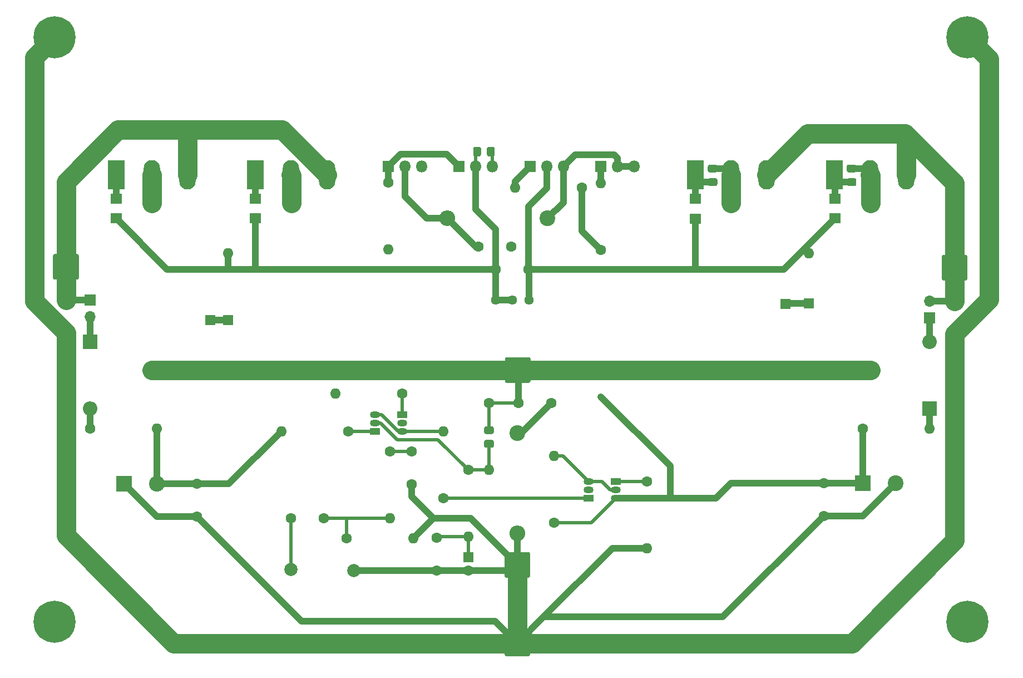
<source format=gbr>
G04 #@! TF.GenerationSoftware,KiCad,Pcbnew,(5.1.12-1-10_14)*
G04 #@! TF.CreationDate,2021-12-08T14:07:12+01:00*
G04 #@! TF.ProjectId,amp-mosfet-160w,616d702d-6d6f-4736-9665-742d31363077,rev?*
G04 #@! TF.SameCoordinates,Original*
G04 #@! TF.FileFunction,Copper,L2,Bot*
G04 #@! TF.FilePolarity,Positive*
%FSLAX46Y46*%
G04 Gerber Fmt 4.6, Leading zero omitted, Abs format (unit mm)*
G04 Created by KiCad (PCBNEW (5.1.12-1-10_14)) date 2021-12-08 14:07:12*
%MOMM*%
%LPD*%
G01*
G04 APERTURE LIST*
G04 #@! TA.AperFunction,ComponentPad*
%ADD10C,2.400000*%
G04 #@! TD*
G04 #@! TA.AperFunction,ComponentPad*
%ADD11R,2.400000X2.400000*%
G04 #@! TD*
G04 #@! TA.AperFunction,SMDPad,CuDef*
%ADD12R,1.800000X1.500000*%
G04 #@! TD*
G04 #@! TA.AperFunction,ComponentPad*
%ADD13C,0.800000*%
G04 #@! TD*
G04 #@! TA.AperFunction,ComponentPad*
%ADD14C,6.400000*%
G04 #@! TD*
G04 #@! TA.AperFunction,ComponentPad*
%ADD15C,2.000000*%
G04 #@! TD*
G04 #@! TA.AperFunction,ComponentPad*
%ADD16C,1.600000*%
G04 #@! TD*
G04 #@! TA.AperFunction,ComponentPad*
%ADD17C,1.440000*%
G04 #@! TD*
G04 #@! TA.AperFunction,ComponentPad*
%ADD18O,2.400000X2.400000*%
G04 #@! TD*
G04 #@! TA.AperFunction,ComponentPad*
%ADD19O,1.600000X1.600000*%
G04 #@! TD*
G04 #@! TA.AperFunction,ComponentPad*
%ADD20O,2.500000X4.500000*%
G04 #@! TD*
G04 #@! TA.AperFunction,ComponentPad*
%ADD21R,2.500000X4.500000*%
G04 #@! TD*
G04 #@! TA.AperFunction,ComponentPad*
%ADD22O,1.800000X1.800000*%
G04 #@! TD*
G04 #@! TA.AperFunction,ComponentPad*
%ADD23R,1.800000X1.800000*%
G04 #@! TD*
G04 #@! TA.AperFunction,ComponentPad*
%ADD24R,1.500000X1.050000*%
G04 #@! TD*
G04 #@! TA.AperFunction,ComponentPad*
%ADD25O,1.500000X1.050000*%
G04 #@! TD*
G04 #@! TA.AperFunction,ComponentPad*
%ADD26O,1.700000X1.700000*%
G04 #@! TD*
G04 #@! TA.AperFunction,ComponentPad*
%ADD27R,1.700000X1.700000*%
G04 #@! TD*
G04 #@! TA.AperFunction,ComponentPad*
%ADD28O,2.200000X2.200000*%
G04 #@! TD*
G04 #@! TA.AperFunction,ComponentPad*
%ADD29R,2.200000X2.200000*%
G04 #@! TD*
G04 #@! TA.AperFunction,ComponentPad*
%ADD30R,1.600000X1.600000*%
G04 #@! TD*
G04 #@! TA.AperFunction,ViaPad*
%ADD31C,1.000000*%
G04 #@! TD*
G04 #@! TA.AperFunction,Conductor*
%ADD32C,0.500000*%
G04 #@! TD*
G04 #@! TA.AperFunction,Conductor*
%ADD33C,1.000000*%
G04 #@! TD*
G04 #@! TA.AperFunction,Conductor*
%ADD34C,3.000000*%
G04 #@! TD*
G04 APERTURE END LIST*
G04 #@! TA.AperFunction,SMDPad,CuDef*
G36*
G01*
X131224000Y-103806500D02*
X132174000Y-103806500D01*
G75*
G02*
X132424000Y-104056500I0J-250000D01*
G01*
X132424000Y-104731500D01*
G75*
G02*
X132174000Y-104981500I-250000J0D01*
G01*
X131224000Y-104981500D01*
G75*
G02*
X130974000Y-104731500I0J250000D01*
G01*
X130974000Y-104056500D01*
G75*
G02*
X131224000Y-103806500I250000J0D01*
G01*
G37*
G04 #@! TD.AperFunction*
G04 #@! TA.AperFunction,SMDPad,CuDef*
G36*
G01*
X131224000Y-101731500D02*
X132174000Y-101731500D01*
G75*
G02*
X132424000Y-101981500I0J-250000D01*
G01*
X132424000Y-102656500D01*
G75*
G02*
X132174000Y-102906500I-250000J0D01*
G01*
X131224000Y-102906500D01*
G75*
G02*
X130974000Y-102656500I0J250000D01*
G01*
X130974000Y-101981500D01*
G75*
G02*
X131224000Y-101731500I250000J0D01*
G01*
G37*
G04 #@! TD.AperFunction*
D10*
X81153000Y-110490000D03*
D11*
X76153000Y-110490000D03*
D10*
X193595000Y-110363000D03*
D11*
X188595000Y-110363000D03*
G04 #@! TA.AperFunction,SMDPad,CuDef*
G36*
G01*
X186405500Y-63992000D02*
X187355500Y-63992000D01*
G75*
G02*
X187605500Y-64242000I0J-250000D01*
G01*
X187605500Y-64917000D01*
G75*
G02*
X187355500Y-65167000I-250000J0D01*
G01*
X186405500Y-65167000D01*
G75*
G02*
X186155500Y-64917000I0J250000D01*
G01*
X186155500Y-64242000D01*
G75*
G02*
X186405500Y-63992000I250000J0D01*
G01*
G37*
G04 #@! TD.AperFunction*
G04 #@! TA.AperFunction,SMDPad,CuDef*
G36*
G01*
X186405500Y-61917000D02*
X187355500Y-61917000D01*
G75*
G02*
X187605500Y-62167000I0J-250000D01*
G01*
X187605500Y-62842000D01*
G75*
G02*
X187355500Y-63092000I-250000J0D01*
G01*
X186405500Y-63092000D01*
G75*
G02*
X186155500Y-62842000I0J250000D01*
G01*
X186155500Y-62167000D01*
G75*
G02*
X186405500Y-61917000I250000J0D01*
G01*
G37*
G04 #@! TD.AperFunction*
G04 #@! TA.AperFunction,SMDPad,CuDef*
G36*
G01*
X165260000Y-63992000D02*
X166210000Y-63992000D01*
G75*
G02*
X166460000Y-64242000I0J-250000D01*
G01*
X166460000Y-64917000D01*
G75*
G02*
X166210000Y-65167000I-250000J0D01*
G01*
X165260000Y-65167000D01*
G75*
G02*
X165010000Y-64917000I0J250000D01*
G01*
X165010000Y-64242000D01*
G75*
G02*
X165260000Y-63992000I250000J0D01*
G01*
G37*
G04 #@! TD.AperFunction*
G04 #@! TA.AperFunction,SMDPad,CuDef*
G36*
G01*
X165260000Y-61917000D02*
X166210000Y-61917000D01*
G75*
G02*
X166460000Y-62167000I0J-250000D01*
G01*
X166460000Y-62842000D01*
G75*
G02*
X166210000Y-63092000I-250000J0D01*
G01*
X165260000Y-63092000D01*
G75*
G02*
X165010000Y-62842000I0J250000D01*
G01*
X165010000Y-62167000D01*
G75*
G02*
X165260000Y-61917000I250000J0D01*
G01*
G37*
G04 #@! TD.AperFunction*
D12*
X163068000Y-70119500D03*
X163068000Y-67119500D03*
X184340500Y-70104000D03*
X184340500Y-67104000D03*
X96139000Y-70080000D03*
X96139000Y-67080000D03*
X74930000Y-70080000D03*
X74930000Y-67080000D03*
G04 #@! TA.AperFunction,SMDPad,CuDef*
G36*
G01*
X130487000Y-59469000D02*
X130487000Y-60419000D01*
G75*
G02*
X130237000Y-60669000I-250000J0D01*
G01*
X129562000Y-60669000D01*
G75*
G02*
X129312000Y-60419000I0J250000D01*
G01*
X129312000Y-59469000D01*
G75*
G02*
X129562000Y-59219000I250000J0D01*
G01*
X130237000Y-59219000D01*
G75*
G02*
X130487000Y-59469000I0J-250000D01*
G01*
G37*
G04 #@! TD.AperFunction*
G04 #@! TA.AperFunction,SMDPad,CuDef*
G36*
G01*
X132562000Y-59469000D02*
X132562000Y-60419000D01*
G75*
G02*
X132312000Y-60669000I-250000J0D01*
G01*
X131637000Y-60669000D01*
G75*
G02*
X131387000Y-60419000I0J250000D01*
G01*
X131387000Y-59469000D01*
G75*
G02*
X131637000Y-59219000I250000J0D01*
G01*
X132312000Y-59219000D01*
G75*
G02*
X132562000Y-59469000I0J-250000D01*
G01*
G37*
G04 #@! TD.AperFunction*
D13*
X67229056Y-40847944D03*
X65532000Y-40145000D03*
X63834944Y-40847944D03*
X63132000Y-42545000D03*
X63834944Y-44242056D03*
X65532000Y-44945000D03*
X67229056Y-44242056D03*
X67932000Y-42545000D03*
D14*
X65532000Y-42545000D03*
D13*
X206167056Y-40847944D03*
X204470000Y-40145000D03*
X202772944Y-40847944D03*
X202070000Y-42545000D03*
X202772944Y-44242056D03*
X204470000Y-44945000D03*
X206167056Y-44242056D03*
X206870000Y-42545000D03*
D14*
X204470000Y-42545000D03*
D15*
X111125000Y-123698000D03*
X101536500Y-123507500D03*
D16*
X67310000Y-82550000D03*
X67310000Y-87550000D03*
X202565000Y-87677000D03*
X202565000Y-82677000D03*
D17*
X132715000Y-82550000D03*
X135255000Y-82550000D03*
X137795000Y-82550000D03*
D18*
X189738000Y-93218000D03*
D10*
X189738000Y-67818000D03*
D18*
X168529000Y-93218000D03*
D10*
X168529000Y-67818000D03*
D19*
X135636000Y-65405000D03*
D16*
X145796000Y-65405000D03*
D18*
X136017000Y-117983000D03*
D10*
X136017000Y-102743000D03*
D19*
X81153000Y-102108000D03*
D16*
X70993000Y-102108000D03*
D19*
X198755000Y-102108000D03*
D16*
X188595000Y-102108000D03*
D18*
X101600000Y-67818000D03*
D10*
X101600000Y-93218000D03*
D18*
X80391000Y-67818000D03*
D10*
X80391000Y-93218000D03*
D19*
X116332000Y-74803000D03*
D16*
X116332000Y-64643000D03*
D19*
X131699000Y-108331000D03*
D16*
X131699000Y-98171000D03*
D19*
X128524000Y-118491000D03*
D16*
X128524000Y-108331000D03*
D18*
X125349000Y-70104000D03*
D10*
X140589000Y-70104000D03*
D19*
X148717000Y-64770000D03*
D16*
X148717000Y-74930000D03*
D19*
X100076000Y-102489000D03*
D16*
X110236000Y-102489000D03*
D19*
X124714000Y-102489000D03*
D16*
X124714000Y-112649000D03*
D19*
X141605000Y-106235500D03*
D16*
X141605000Y-116395500D03*
D19*
X108331000Y-96774000D03*
D16*
X118491000Y-96774000D03*
D19*
X155702000Y-120269000D03*
D16*
X155702000Y-110109000D03*
D19*
X116586000Y-115697000D03*
D16*
X116586000Y-105537000D03*
D19*
X120142000Y-118745000D03*
D16*
X109982000Y-118745000D03*
D20*
X195177000Y-63500000D03*
X189727000Y-63500000D03*
D21*
X184277000Y-63500000D03*
D20*
X107039000Y-63500000D03*
X101589000Y-63500000D03*
D21*
X96139000Y-63500000D03*
D22*
X132207000Y-62230000D03*
X129667000Y-62230000D03*
D23*
X127127000Y-62230000D03*
D22*
X143002000Y-62230000D03*
X140462000Y-62230000D03*
D23*
X137922000Y-62230000D03*
D24*
X114363500Y-102489000D03*
D25*
X114363500Y-99949000D03*
X114363500Y-101219000D03*
D24*
X146812000Y-112649000D03*
D25*
X146812000Y-110109000D03*
X146812000Y-111379000D03*
D24*
X151003000Y-110109000D03*
D25*
X151003000Y-112649000D03*
X151003000Y-111379000D03*
D20*
X173968000Y-63500000D03*
X168518000Y-63500000D03*
D21*
X163068000Y-63500000D03*
D20*
X85830000Y-63500000D03*
X80380000Y-63500000D03*
D21*
X74930000Y-63500000D03*
D22*
X153797000Y-62230000D03*
X151257000Y-62230000D03*
D23*
X148717000Y-62230000D03*
D22*
X121412000Y-62230000D03*
X118872000Y-62230000D03*
D23*
X116332000Y-62230000D03*
D24*
X118491000Y-99949000D03*
D25*
X118491000Y-102489000D03*
X118491000Y-101219000D03*
D13*
X206167056Y-129747944D03*
X204470000Y-129045000D03*
X202772944Y-129747944D03*
X202070000Y-131445000D03*
X202772944Y-133142056D03*
X204470000Y-133845000D03*
X206167056Y-133142056D03*
X206870000Y-131445000D03*
D14*
X204470000Y-131445000D03*
D13*
X67310000Y-129747944D03*
X65612944Y-129045000D03*
X63915888Y-129747944D03*
X63212944Y-131445000D03*
X63915888Y-133142056D03*
X65612944Y-133845000D03*
X67310000Y-133142056D03*
X68012944Y-131445000D03*
D14*
X65612944Y-131445000D03*
D26*
X70993000Y-85090000D03*
D27*
X70993000Y-82550000D03*
D26*
X198755000Y-82677000D03*
D27*
X198755000Y-85217000D03*
G04 #@! TA.AperFunction,ComponentPad*
G36*
G01*
X134067000Y-136446999D02*
X134067000Y-133047001D01*
G75*
G02*
X134317001Y-132797000I250001J0D01*
G01*
X137716999Y-132797000D01*
G75*
G02*
X137967000Y-133047001I0J-250001D01*
G01*
X137967000Y-136446999D01*
G75*
G02*
X137716999Y-136697000I-250001J0D01*
G01*
X134317001Y-136697000D01*
G75*
G02*
X134067000Y-136446999I0J250001D01*
G01*
G37*
G04 #@! TD.AperFunction*
G04 #@! TA.AperFunction,ComponentPad*
G36*
G01*
X134067000Y-124508999D02*
X134067000Y-121109001D01*
G75*
G02*
X134317001Y-120859000I250001J0D01*
G01*
X137716999Y-120859000D01*
G75*
G02*
X137967000Y-121109001I0J-250001D01*
G01*
X137967000Y-124508999D01*
G75*
G02*
X137716999Y-124759000I-250001J0D01*
G01*
X134317001Y-124759000D01*
G75*
G02*
X134067000Y-124508999I0J250001D01*
G01*
G37*
G04 #@! TD.AperFunction*
G04 #@! TA.AperFunction,ComponentPad*
G36*
G01*
X134130500Y-94854499D02*
X134130500Y-91454501D01*
G75*
G02*
X134380501Y-91204500I250001J0D01*
G01*
X137780499Y-91204500D01*
G75*
G02*
X138030500Y-91454501I0J-250001D01*
G01*
X138030500Y-94854499D01*
G75*
G02*
X137780499Y-95104500I-250001J0D01*
G01*
X134380501Y-95104500D01*
G75*
G02*
X134130500Y-94854499I0J250001D01*
G01*
G37*
G04 #@! TD.AperFunction*
G04 #@! TA.AperFunction,ComponentPad*
G36*
G01*
X65360000Y-79169999D02*
X65360000Y-75770001D01*
G75*
G02*
X65610001Y-75520000I250001J0D01*
G01*
X69009999Y-75520000D01*
G75*
G02*
X69260000Y-75770001I0J-250001D01*
G01*
X69260000Y-79169999D01*
G75*
G02*
X69009999Y-79420000I-250001J0D01*
G01*
X65610001Y-79420000D01*
G75*
G02*
X65360000Y-79169999I0J250001D01*
G01*
G37*
G04 #@! TD.AperFunction*
G04 #@! TA.AperFunction,ComponentPad*
G36*
G01*
X200615000Y-79296999D02*
X200615000Y-75897001D01*
G75*
G02*
X200865001Y-75647000I250001J0D01*
G01*
X204264999Y-75647000D01*
G75*
G02*
X204515000Y-75897001I0J-250001D01*
G01*
X204515000Y-79296999D01*
G75*
G02*
X204264999Y-79547000I-250001J0D01*
G01*
X200865001Y-79547000D01*
G75*
G02*
X200615000Y-79296999I0J250001D01*
G01*
G37*
G04 #@! TD.AperFunction*
D28*
X70993000Y-99060000D03*
D29*
X70993000Y-88900000D03*
D28*
X198755000Y-88900000D03*
D29*
X198755000Y-99060000D03*
D19*
X91948000Y-75438000D03*
D30*
X91948000Y-85598000D03*
D19*
X89281000Y-93218000D03*
D30*
X89281000Y-85598000D03*
D19*
X176847500Y-93281500D03*
D30*
X176847500Y-83121500D03*
D19*
X180340000Y-75438000D03*
D30*
X180340000Y-83058000D03*
D16*
X141144000Y-98171000D03*
X136144000Y-98171000D03*
X87249000Y-110490000D03*
X87249000Y-115490000D03*
X182626000Y-115363000D03*
X182626000Y-110363000D03*
X137715000Y-77851000D03*
X132715000Y-77851000D03*
X123698000Y-123681500D03*
X123698000Y-118681500D03*
X128524000Y-123666000D03*
D30*
X128524000Y-121666000D03*
D16*
X130048000Y-74422000D03*
X135048000Y-74422000D03*
X119888000Y-110537000D03*
X119888000Y-105537000D03*
X101553000Y-115697000D03*
X106553000Y-115697000D03*
D31*
X148749999Y-97249001D03*
D32*
X101536500Y-115713500D02*
X101553000Y-115697000D01*
X101536500Y-123507500D02*
X101536500Y-115713500D01*
X109982000Y-118745000D02*
X109982000Y-115824000D01*
X109982000Y-115824000D02*
X109855000Y-115697000D01*
X109855000Y-115697000D02*
X116586000Y-115697000D01*
X106553000Y-115697000D02*
X109855000Y-115697000D01*
D33*
X111141500Y-123491000D02*
X111125000Y-123507500D01*
X135128000Y-123698000D02*
X128524000Y-123698000D01*
X136017000Y-122809000D02*
X135128000Y-123698000D01*
X123714500Y-123698000D02*
X123698000Y-123681500D01*
X128524000Y-123698000D02*
X123714500Y-123698000D01*
X111141500Y-123681500D02*
X111125000Y-123698000D01*
X123698000Y-123681500D02*
X111141500Y-123681500D01*
D34*
X136017000Y-134747000D02*
X83693000Y-134747000D01*
X67310000Y-118364000D02*
X67310000Y-87550000D01*
X83693000Y-134747000D02*
X67310000Y-118364000D01*
X67310000Y-87550000D02*
X62484000Y-82724000D01*
X62484000Y-45593000D02*
X65532000Y-42545000D01*
X62484000Y-82724000D02*
X62484000Y-45593000D01*
X202565000Y-119126000D02*
X202565000Y-87677000D01*
X186944000Y-134747000D02*
X202565000Y-119126000D01*
X136017000Y-134747000D02*
X186944000Y-134747000D01*
X202565000Y-87677000D02*
X207772000Y-82470000D01*
X207772000Y-45847000D02*
X204470000Y-42545000D01*
X207772000Y-82470000D02*
X207772000Y-45847000D01*
X136017000Y-134747000D02*
X136017000Y-122809000D01*
D33*
X81153000Y-115490000D02*
X87249000Y-115490000D01*
X76153000Y-110490000D02*
X81153000Y-115490000D01*
X87249000Y-115490000D02*
X103124000Y-131365000D01*
X132635000Y-131365000D02*
X136017000Y-134747000D01*
X103124000Y-131365000D02*
X132635000Y-131365000D01*
X188595000Y-115363000D02*
X182626000Y-115363000D01*
X193595000Y-110363000D02*
X188595000Y-115363000D01*
X182626000Y-115363000D02*
X167259000Y-130730000D01*
X140034000Y-130730000D02*
X136017000Y-134747000D01*
X167259000Y-130730000D02*
X140034000Y-130730000D01*
X136017000Y-117983000D02*
X136017000Y-122809000D01*
X123190000Y-115697000D02*
X120142000Y-118745000D01*
X128905000Y-115697000D02*
X123190000Y-115697000D01*
X136017000Y-122809000D02*
X128905000Y-115697000D01*
X119888000Y-112395000D02*
X123190000Y-115697000D01*
X119888000Y-110537000D02*
X119888000Y-112395000D01*
X150495000Y-120269000D02*
X140034000Y-130730000D01*
X155702000Y-120269000D02*
X150495000Y-120269000D01*
D32*
X116586000Y-105537000D02*
X119888000Y-105537000D01*
D33*
X125349000Y-70104000D02*
X122174000Y-70104000D01*
X118872000Y-66802000D02*
X118872000Y-62230000D01*
X122174000Y-70104000D02*
X118872000Y-66802000D01*
X129667000Y-74422000D02*
X125349000Y-70104000D01*
X130048000Y-74422000D02*
X129667000Y-74422000D01*
X143002000Y-62230000D02*
X144780000Y-60452000D01*
X151257000Y-60957208D02*
X151257000Y-62230000D01*
X150751792Y-60452000D02*
X151257000Y-60957208D01*
X144780000Y-60452000D02*
X150751792Y-60452000D01*
X151257000Y-62230000D02*
X153797000Y-62230000D01*
X140589000Y-70104000D02*
X143002000Y-67691000D01*
X143002000Y-67691000D02*
X143002000Y-62230000D01*
D32*
X123888500Y-118491000D02*
X123698000Y-118681500D01*
X128524000Y-118491000D02*
X123888500Y-118491000D01*
X128524000Y-121666000D02*
X128524000Y-118491000D01*
X117698503Y-103739001D02*
X115178502Y-101219000D01*
X115178502Y-101219000D02*
X114363500Y-101219000D01*
X128524000Y-108331000D02*
X123932001Y-103739001D01*
X123932001Y-103739001D02*
X117698503Y-103739001D01*
X131699000Y-108331000D02*
X128524000Y-108331000D01*
X131699000Y-108331000D02*
X131699000Y-104394000D01*
D34*
X80391000Y-93218000D02*
X101600000Y-93218000D01*
X101663500Y-93154500D02*
X101600000Y-93218000D01*
X136080500Y-93154500D02*
X101663500Y-93154500D01*
X168465500Y-93154500D02*
X168529000Y-93218000D01*
X136080500Y-93154500D02*
X168465500Y-93154500D01*
X168529000Y-93218000D02*
X189738000Y-93218000D01*
D32*
X136144000Y-98171000D02*
X131699000Y-98171000D01*
D33*
X136144000Y-93218000D02*
X136080500Y-93154500D01*
X136144000Y-98171000D02*
X136144000Y-93218000D01*
D32*
X131699000Y-98171000D02*
X131699000Y-102319000D01*
D33*
X137795000Y-77931000D02*
X137715000Y-77851000D01*
X137795000Y-82550000D02*
X137795000Y-77931000D01*
X163068000Y-77724000D02*
X163195000Y-77851000D01*
X163068000Y-70119500D02*
X163068000Y-77724000D01*
X163195000Y-77851000D02*
X176593500Y-77851000D01*
X137715000Y-77851000D02*
X163195000Y-77851000D01*
X180340000Y-75311000D02*
X179736750Y-74707750D01*
X180340000Y-75438000D02*
X180340000Y-75311000D01*
X179736750Y-74707750D02*
X184340500Y-70104000D01*
X176593500Y-77851000D02*
X179736750Y-74707750D01*
X137715000Y-77851000D02*
X137715000Y-68279000D01*
X140462000Y-65532000D02*
X140462000Y-62230000D01*
X137715000Y-68279000D02*
X140462000Y-65532000D01*
X129667000Y-68721002D02*
X132715000Y-71769002D01*
X129667000Y-65659000D02*
X129667000Y-68721002D01*
X129667000Y-62230000D02*
X129667000Y-65659000D01*
D32*
X129667000Y-60176500D02*
X129899500Y-59944000D01*
X129667000Y-62230000D02*
X129667000Y-60176500D01*
D33*
X135255000Y-82550000D02*
X132715000Y-82550000D01*
X132715000Y-82550000D02*
X132715000Y-77851000D01*
X82701000Y-77851000D02*
X74930000Y-70080000D01*
X96139000Y-77724000D02*
X96266000Y-77851000D01*
X96139000Y-70080000D02*
X96139000Y-77724000D01*
X132715000Y-77851000D02*
X96266000Y-77851000D01*
X91948000Y-77724000D02*
X92075000Y-77851000D01*
X91948000Y-75438000D02*
X91948000Y-77724000D01*
X92075000Y-77851000D02*
X82701000Y-77851000D01*
X96266000Y-77851000D02*
X92075000Y-77851000D01*
X132715000Y-77851000D02*
X132715000Y-71769002D01*
X132254000Y-62277000D02*
X132207000Y-62230000D01*
D32*
X132207000Y-60176500D02*
X131974500Y-59944000D01*
X132207000Y-62230000D02*
X132207000Y-60176500D01*
X118491000Y-99949000D02*
X118491000Y-96774000D01*
X147256500Y-116395500D02*
X151003000Y-112649000D01*
X141605000Y-116395500D02*
X147256500Y-116395500D01*
D33*
X145796000Y-72009000D02*
X148717000Y-74930000D01*
X145796000Y-65405000D02*
X145796000Y-72009000D01*
X188595000Y-102108000D02*
X188595000Y-110363000D01*
X188595000Y-110363000D02*
X182626000Y-110363000D01*
X168529000Y-110363000D02*
X182626000Y-110363000D01*
X166243000Y-112649000D02*
X168529000Y-110363000D01*
X151003000Y-112649000D02*
X159258000Y-112649000D01*
X159258000Y-107757002D02*
X148749999Y-97249001D01*
X159258000Y-112649000D02*
X159258000Y-107757002D01*
X159258000Y-112649000D02*
X166243000Y-112649000D01*
X148749999Y-97249001D02*
X148717000Y-97216002D01*
X81153000Y-102108000D02*
X81153000Y-110490000D01*
X81153000Y-110490000D02*
X87249000Y-110490000D01*
X92075000Y-110490000D02*
X100076000Y-102489000D01*
X87249000Y-110490000D02*
X92075000Y-110490000D01*
D32*
X141097000Y-98218000D02*
X141144000Y-98171000D01*
D33*
X136572000Y-102743000D02*
X141144000Y-98171000D01*
X136017000Y-102743000D02*
X136572000Y-102743000D01*
X164147500Y-64579500D02*
X163068000Y-63500000D01*
X165735000Y-64579500D02*
X164147500Y-64579500D01*
X163068000Y-67119500D02*
X163068000Y-63500000D01*
X167522500Y-62504500D02*
X168518000Y-63500000D01*
X165735000Y-62504500D02*
X167522500Y-62504500D01*
D34*
X168529000Y-63511000D02*
X168518000Y-63500000D01*
X168529000Y-67818000D02*
X168529000Y-63511000D01*
D33*
X185356500Y-64579500D02*
X184277000Y-63500000D01*
X186880500Y-64579500D02*
X185356500Y-64579500D01*
X184340500Y-63563500D02*
X184277000Y-63500000D01*
X184340500Y-67104000D02*
X184340500Y-63563500D01*
X176911000Y-83058000D02*
X176847500Y-83121500D01*
X180340000Y-83058000D02*
X176911000Y-83058000D01*
X91948000Y-85598000D02*
X89281000Y-85598000D01*
X198755000Y-85217000D02*
X198755000Y-88900000D01*
X198755000Y-99060000D02*
X198755000Y-102108000D01*
X70993000Y-99060000D02*
X70993000Y-102108000D01*
X70993000Y-85090000D02*
X70993000Y-88900000D01*
D32*
X115337090Y-99949000D02*
X114363500Y-99949000D01*
X117877090Y-102489000D02*
X115337090Y-99949000D01*
X118491000Y-102489000D02*
X117877090Y-102489000D01*
X118491000Y-102489000D02*
X124714000Y-102489000D01*
X114363500Y-102489000D02*
X110236000Y-102489000D01*
D33*
X127127000Y-62230000D02*
X125222000Y-60325000D01*
X118237000Y-60325000D02*
X116332000Y-62230000D01*
X125222000Y-60325000D02*
X118237000Y-60325000D01*
X116332000Y-64643000D02*
X116332000Y-62230000D01*
X148717000Y-64770000D02*
X148717000Y-62230000D01*
X74930000Y-67080000D02*
X74930000Y-63500000D01*
D32*
X155702000Y-110109000D02*
X151003000Y-110109000D01*
X142938500Y-106235500D02*
X146812000Y-110109000D01*
X141605000Y-106235500D02*
X142938500Y-106235500D01*
X150187998Y-111379000D02*
X148917998Y-110109000D01*
X151003000Y-111379000D02*
X150187998Y-111379000D01*
X148917998Y-110109000D02*
X146812000Y-110109000D01*
X146812000Y-112649000D02*
X124714000Y-112649000D01*
D33*
X135636000Y-64516000D02*
X137922000Y-62230000D01*
X135636000Y-65405000D02*
X135636000Y-64516000D01*
X96139000Y-67080000D02*
X96139000Y-63500000D01*
D34*
X180254500Y-57213500D02*
X173968000Y-63500000D01*
X195008500Y-57213500D02*
X180254500Y-57213500D01*
X195177000Y-57382000D02*
X195008500Y-57213500D01*
X195177000Y-63500000D02*
X195177000Y-57382000D01*
X202565000Y-64770000D02*
X195008500Y-57213500D01*
X202565000Y-77597000D02*
X202565000Y-64770000D01*
X202565000Y-82677000D02*
X202565000Y-77597000D01*
D33*
X202565000Y-82677000D02*
X198755000Y-82677000D01*
D34*
X100181000Y-56642000D02*
X107039000Y-63500000D01*
X85830000Y-56918000D02*
X86106000Y-56642000D01*
X86106000Y-56642000D02*
X100181000Y-56642000D01*
X85830000Y-63500000D02*
X85830000Y-56918000D01*
X75227998Y-56642000D02*
X86106000Y-56642000D01*
X67310000Y-64559998D02*
X75227998Y-56642000D01*
X67310000Y-77470000D02*
X67310000Y-64559998D01*
X67310000Y-82550000D02*
X67310000Y-77470000D01*
D33*
X67310000Y-82550000D02*
X70993000Y-82550000D01*
D34*
X80391000Y-63511000D02*
X80380000Y-63500000D01*
X80391000Y-67818000D02*
X80391000Y-63511000D01*
X101600000Y-63511000D02*
X101589000Y-63500000D01*
X101600000Y-67818000D02*
X101600000Y-63511000D01*
D33*
X188731500Y-62504500D02*
X189727000Y-63500000D01*
X186880500Y-62504500D02*
X188731500Y-62504500D01*
D34*
X189738000Y-63511000D02*
X189727000Y-63500000D01*
X189738000Y-67818000D02*
X189738000Y-63511000D01*
M02*

</source>
